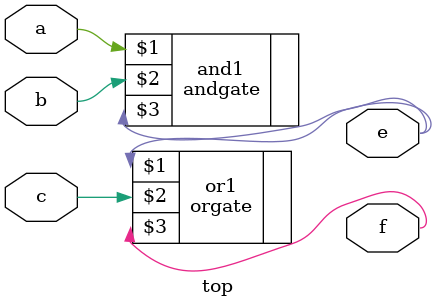
<source format=v>
module top(a,b,c,e,f);
input a,b,c;
output e,f;

andgate and1(a,b,e);
orgate or1(e,c,f);
endmodule
</source>
